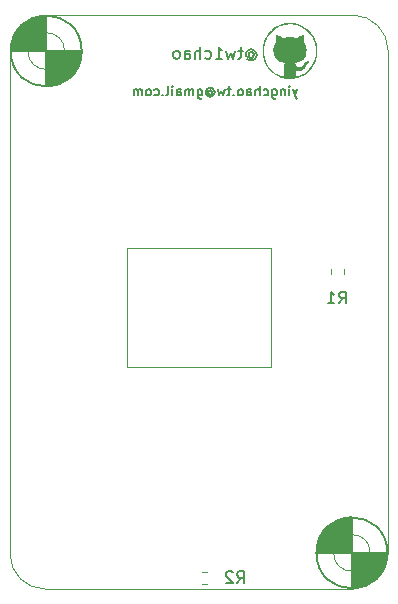
<source format=gbr>
%TF.GenerationSoftware,KiCad,Pcbnew,(6.0.4-0)*%
%TF.CreationDate,2022-08-31T17:38:41+08:00*%
%TF.ProjectId,STLinkV3_Adapter,53544c69-6e6b-4563-935f-416461707465,rev?*%
%TF.SameCoordinates,Original*%
%TF.FileFunction,Legend,Bot*%
%TF.FilePolarity,Positive*%
%FSLAX46Y46*%
G04 Gerber Fmt 4.6, Leading zero omitted, Abs format (unit mm)*
G04 Created by KiCad (PCBNEW (6.0.4-0)) date 2022-08-31 17:38:41*
%MOMM*%
%LPD*%
G01*
G04 APERTURE LIST*
%ADD10C,0.150000*%
%TA.AperFunction,Profile*%
%ADD11C,0.100000*%
%TD*%
%TA.AperFunction,Profile*%
%ADD12C,0.120000*%
%TD*%
%ADD13C,0.120000*%
G04 APERTURE END LIST*
D10*
G36*
X73060000Y-63050000D02*
G01*
X70060000Y-63050000D01*
X70120000Y-62560000D01*
X70220000Y-62110000D01*
X70370000Y-61760000D01*
X70670000Y-61310000D01*
X70870000Y-61060000D01*
X71120000Y-60810000D01*
X71420000Y-60560000D01*
X71670000Y-60410000D01*
X72020000Y-60260000D01*
X72320000Y-60160000D01*
X72720000Y-60110000D01*
X72920000Y-60060000D01*
X73060000Y-60050000D01*
X73060000Y-63050000D01*
G37*
X73060000Y-63050000D02*
X70060000Y-63050000D01*
X70120000Y-62560000D01*
X70220000Y-62110000D01*
X70370000Y-61760000D01*
X70670000Y-61310000D01*
X70870000Y-61060000D01*
X71120000Y-60810000D01*
X71420000Y-60560000D01*
X71670000Y-60410000D01*
X72020000Y-60260000D01*
X72320000Y-60160000D01*
X72720000Y-60110000D01*
X72920000Y-60060000D01*
X73060000Y-60050000D01*
X73060000Y-63050000D01*
G36*
X98940000Y-105540000D02*
G01*
X95940000Y-105540000D01*
X95950000Y-105400000D01*
X96000000Y-105200000D01*
X96050000Y-104800000D01*
X96150000Y-104500000D01*
X96300000Y-104150000D01*
X96450000Y-103900000D01*
X96700000Y-103600000D01*
X96950000Y-103350000D01*
X97200000Y-103150000D01*
X97650000Y-102850000D01*
X98000000Y-102700000D01*
X98450000Y-102600000D01*
X98940000Y-102540000D01*
X98940000Y-105540000D01*
G37*
X98940000Y-105540000D02*
X95940000Y-105540000D01*
X95950000Y-105400000D01*
X96000000Y-105200000D01*
X96050000Y-104800000D01*
X96150000Y-104500000D01*
X96300000Y-104150000D01*
X96450000Y-103900000D01*
X96700000Y-103600000D01*
X96950000Y-103350000D01*
X97200000Y-103150000D01*
X97650000Y-102850000D01*
X98000000Y-102700000D01*
X98450000Y-102600000D01*
X98940000Y-102540000D01*
X98940000Y-105540000D01*
X101940000Y-105540000D02*
G75*
G03*
X101940000Y-105540000I-3000000J0D01*
G01*
G36*
X101930000Y-105680000D02*
G01*
X101880000Y-105880000D01*
X101830000Y-106280000D01*
X101730000Y-106580000D01*
X101580000Y-106930000D01*
X101430000Y-107180000D01*
X101180000Y-107480000D01*
X100930000Y-107730000D01*
X100680000Y-107930000D01*
X100230000Y-108230000D01*
X99880000Y-108380000D01*
X99430000Y-108480000D01*
X98940000Y-108540000D01*
X98940000Y-105540000D01*
X101940000Y-105540000D01*
X101930000Y-105680000D01*
G37*
X101930000Y-105680000D02*
X101880000Y-105880000D01*
X101830000Y-106280000D01*
X101730000Y-106580000D01*
X101580000Y-106930000D01*
X101430000Y-107180000D01*
X101180000Y-107480000D01*
X100930000Y-107730000D01*
X100680000Y-107930000D01*
X100230000Y-108230000D01*
X99880000Y-108380000D01*
X99430000Y-108480000D01*
X98940000Y-108540000D01*
X98940000Y-105540000D01*
X101940000Y-105540000D01*
X101930000Y-105680000D01*
X76060000Y-63050000D02*
G75*
G03*
X76060000Y-63050000I-3000000J0D01*
G01*
G36*
X76000000Y-63540000D02*
G01*
X75900000Y-63990000D01*
X75750000Y-64340000D01*
X75450000Y-64790000D01*
X75250000Y-65040000D01*
X75000000Y-65290000D01*
X74700000Y-65540000D01*
X74450000Y-65690000D01*
X74100000Y-65840000D01*
X73800000Y-65940000D01*
X73400000Y-65990000D01*
X73200000Y-66040000D01*
X73060000Y-66050000D01*
X73060000Y-63050000D01*
X76060000Y-63050000D01*
X76000000Y-63540000D01*
G37*
X76000000Y-63540000D02*
X75900000Y-63990000D01*
X75750000Y-64340000D01*
X75450000Y-64790000D01*
X75250000Y-65040000D01*
X75000000Y-65290000D01*
X74700000Y-65540000D01*
X74450000Y-65690000D01*
X74100000Y-65840000D01*
X73800000Y-65940000D01*
X73400000Y-65990000D01*
X73200000Y-66040000D01*
X73060000Y-66050000D01*
X73060000Y-63050000D01*
X76060000Y-63050000D01*
X76000000Y-63540000D01*
D11*
X70000026Y-105648680D02*
G75*
G03*
X73000000Y-108600000I2952974J1280D01*
G01*
X99000000Y-108600000D02*
X73000000Y-108600000D01*
X102000000Y-63000000D02*
X102000000Y-105600000D01*
X74610000Y-63050000D02*
G75*
G03*
X74610000Y-63050000I-1550000J0D01*
G01*
X100490000Y-105540000D02*
G75*
G03*
X100490000Y-105540000I-1550000J0D01*
G01*
X73000000Y-60000000D02*
G75*
G03*
X70000000Y-63000000I2600J-3002600D01*
G01*
X99000000Y-108600000D02*
G75*
G03*
X102000000Y-105600000I0J3000000D01*
G01*
X102000000Y-63000000D02*
G75*
G03*
X99000000Y-60000000I-3000000J0D01*
G01*
X73000000Y-60000000D02*
X99000000Y-60000000D01*
X70000000Y-105648680D02*
X70000000Y-63000000D01*
D10*
X94321428Y-66278571D02*
X94130952Y-66811904D01*
X93940476Y-66278571D02*
X94130952Y-66811904D01*
X94207142Y-67002380D01*
X94245238Y-67040476D01*
X94321428Y-67078571D01*
X93635714Y-66811904D02*
X93635714Y-66278571D01*
X93635714Y-66011904D02*
X93673809Y-66050000D01*
X93635714Y-66088095D01*
X93597619Y-66050000D01*
X93635714Y-66011904D01*
X93635714Y-66088095D01*
X93254761Y-66278571D02*
X93254761Y-66811904D01*
X93254761Y-66354761D02*
X93216666Y-66316666D01*
X93140476Y-66278571D01*
X93026190Y-66278571D01*
X92950000Y-66316666D01*
X92911904Y-66392857D01*
X92911904Y-66811904D01*
X92188095Y-66278571D02*
X92188095Y-66926190D01*
X92226190Y-67002380D01*
X92264285Y-67040476D01*
X92340476Y-67078571D01*
X92454761Y-67078571D01*
X92530952Y-67040476D01*
X92188095Y-66773809D02*
X92264285Y-66811904D01*
X92416666Y-66811904D01*
X92492857Y-66773809D01*
X92530952Y-66735714D01*
X92569047Y-66659523D01*
X92569047Y-66430952D01*
X92530952Y-66354761D01*
X92492857Y-66316666D01*
X92416666Y-66278571D01*
X92264285Y-66278571D01*
X92188095Y-66316666D01*
X91464285Y-66773809D02*
X91540476Y-66811904D01*
X91692857Y-66811904D01*
X91769047Y-66773809D01*
X91807142Y-66735714D01*
X91845238Y-66659523D01*
X91845238Y-66430952D01*
X91807142Y-66354761D01*
X91769047Y-66316666D01*
X91692857Y-66278571D01*
X91540476Y-66278571D01*
X91464285Y-66316666D01*
X91121428Y-66811904D02*
X91121428Y-66011904D01*
X90778571Y-66811904D02*
X90778571Y-66392857D01*
X90816666Y-66316666D01*
X90892857Y-66278571D01*
X91007142Y-66278571D01*
X91083333Y-66316666D01*
X91121428Y-66354761D01*
X90054761Y-66811904D02*
X90054761Y-66392857D01*
X90092857Y-66316666D01*
X90169047Y-66278571D01*
X90321428Y-66278571D01*
X90397619Y-66316666D01*
X90054761Y-66773809D02*
X90130952Y-66811904D01*
X90321428Y-66811904D01*
X90397619Y-66773809D01*
X90435714Y-66697619D01*
X90435714Y-66621428D01*
X90397619Y-66545238D01*
X90321428Y-66507142D01*
X90130952Y-66507142D01*
X90054761Y-66469047D01*
X89559523Y-66811904D02*
X89635714Y-66773809D01*
X89673809Y-66735714D01*
X89711904Y-66659523D01*
X89711904Y-66430952D01*
X89673809Y-66354761D01*
X89635714Y-66316666D01*
X89559523Y-66278571D01*
X89445238Y-66278571D01*
X89369047Y-66316666D01*
X89330952Y-66354761D01*
X89292857Y-66430952D01*
X89292857Y-66659523D01*
X89330952Y-66735714D01*
X89369047Y-66773809D01*
X89445238Y-66811904D01*
X89559523Y-66811904D01*
X88950000Y-66735714D02*
X88911904Y-66773809D01*
X88950000Y-66811904D01*
X88988095Y-66773809D01*
X88950000Y-66735714D01*
X88950000Y-66811904D01*
X88683333Y-66278571D02*
X88378571Y-66278571D01*
X88569047Y-66011904D02*
X88569047Y-66697619D01*
X88530952Y-66773809D01*
X88454761Y-66811904D01*
X88378571Y-66811904D01*
X88188095Y-66278571D02*
X88035714Y-66811904D01*
X87883333Y-66430952D01*
X87730952Y-66811904D01*
X87578571Y-66278571D01*
X86778571Y-66430952D02*
X86816666Y-66392857D01*
X86892857Y-66354761D01*
X86969047Y-66354761D01*
X87045238Y-66392857D01*
X87083333Y-66430952D01*
X87121428Y-66507142D01*
X87121428Y-66583333D01*
X87083333Y-66659523D01*
X87045238Y-66697619D01*
X86969047Y-66735714D01*
X86892857Y-66735714D01*
X86816666Y-66697619D01*
X86778571Y-66659523D01*
X86778571Y-66354761D02*
X86778571Y-66659523D01*
X86740476Y-66697619D01*
X86702380Y-66697619D01*
X86626190Y-66659523D01*
X86588095Y-66583333D01*
X86588095Y-66392857D01*
X86664285Y-66278571D01*
X86778571Y-66202380D01*
X86930952Y-66164285D01*
X87083333Y-66202380D01*
X87197619Y-66278571D01*
X87273809Y-66392857D01*
X87311904Y-66545238D01*
X87273809Y-66697619D01*
X87197619Y-66811904D01*
X87083333Y-66888095D01*
X86930952Y-66926190D01*
X86778571Y-66888095D01*
X86664285Y-66811904D01*
X85902380Y-66278571D02*
X85902380Y-66926190D01*
X85940476Y-67002380D01*
X85978571Y-67040476D01*
X86054761Y-67078571D01*
X86169047Y-67078571D01*
X86245238Y-67040476D01*
X85902380Y-66773809D02*
X85978571Y-66811904D01*
X86130952Y-66811904D01*
X86207142Y-66773809D01*
X86245238Y-66735714D01*
X86283333Y-66659523D01*
X86283333Y-66430952D01*
X86245238Y-66354761D01*
X86207142Y-66316666D01*
X86130952Y-66278571D01*
X85978571Y-66278571D01*
X85902380Y-66316666D01*
X85521428Y-66811904D02*
X85521428Y-66278571D01*
X85521428Y-66354761D02*
X85483333Y-66316666D01*
X85407142Y-66278571D01*
X85292857Y-66278571D01*
X85216666Y-66316666D01*
X85178571Y-66392857D01*
X85178571Y-66811904D01*
X85178571Y-66392857D02*
X85140476Y-66316666D01*
X85064285Y-66278571D01*
X84950000Y-66278571D01*
X84873809Y-66316666D01*
X84835714Y-66392857D01*
X84835714Y-66811904D01*
X84111904Y-66811904D02*
X84111904Y-66392857D01*
X84150000Y-66316666D01*
X84226190Y-66278571D01*
X84378571Y-66278571D01*
X84454761Y-66316666D01*
X84111904Y-66773809D02*
X84188095Y-66811904D01*
X84378571Y-66811904D01*
X84454761Y-66773809D01*
X84492857Y-66697619D01*
X84492857Y-66621428D01*
X84454761Y-66545238D01*
X84378571Y-66507142D01*
X84188095Y-66507142D01*
X84111904Y-66469047D01*
X83730952Y-66811904D02*
X83730952Y-66278571D01*
X83730952Y-66011904D02*
X83769047Y-66050000D01*
X83730952Y-66088095D01*
X83692857Y-66050000D01*
X83730952Y-66011904D01*
X83730952Y-66088095D01*
X83235714Y-66811904D02*
X83311904Y-66773809D01*
X83350000Y-66697619D01*
X83350000Y-66011904D01*
X82930952Y-66735714D02*
X82892857Y-66773809D01*
X82930952Y-66811904D01*
X82969047Y-66773809D01*
X82930952Y-66735714D01*
X82930952Y-66811904D01*
X82207142Y-66773809D02*
X82283333Y-66811904D01*
X82435714Y-66811904D01*
X82511904Y-66773809D01*
X82550000Y-66735714D01*
X82588095Y-66659523D01*
X82588095Y-66430952D01*
X82550000Y-66354761D01*
X82511904Y-66316666D01*
X82435714Y-66278571D01*
X82283333Y-66278571D01*
X82207142Y-66316666D01*
X81750000Y-66811904D02*
X81826190Y-66773809D01*
X81864285Y-66735714D01*
X81902380Y-66659523D01*
X81902380Y-66430952D01*
X81864285Y-66354761D01*
X81826190Y-66316666D01*
X81750000Y-66278571D01*
X81635714Y-66278571D01*
X81559523Y-66316666D01*
X81521428Y-66354761D01*
X81483333Y-66430952D01*
X81483333Y-66659523D01*
X81521428Y-66735714D01*
X81559523Y-66773809D01*
X81635714Y-66811904D01*
X81750000Y-66811904D01*
X81140476Y-66811904D02*
X81140476Y-66278571D01*
X81140476Y-66354761D02*
X81102380Y-66316666D01*
X81026190Y-66278571D01*
X80911904Y-66278571D01*
X80835714Y-66316666D01*
X80797619Y-66392857D01*
X80797619Y-66811904D01*
X80797619Y-66392857D02*
X80759523Y-66316666D01*
X80683333Y-66278571D01*
X80569047Y-66278571D01*
X80492857Y-66316666D01*
X80454761Y-66392857D01*
X80454761Y-66811904D01*
X90207142Y-63226190D02*
X90254761Y-63178571D01*
X90350000Y-63130952D01*
X90445238Y-63130952D01*
X90540476Y-63178571D01*
X90588095Y-63226190D01*
X90635714Y-63321428D01*
X90635714Y-63416666D01*
X90588095Y-63511904D01*
X90540476Y-63559523D01*
X90445238Y-63607142D01*
X90350000Y-63607142D01*
X90254761Y-63559523D01*
X90207142Y-63511904D01*
X90207142Y-63130952D02*
X90207142Y-63511904D01*
X90159523Y-63559523D01*
X90111904Y-63559523D01*
X90016666Y-63511904D01*
X89969047Y-63416666D01*
X89969047Y-63178571D01*
X90064285Y-63035714D01*
X90207142Y-62940476D01*
X90397619Y-62892857D01*
X90588095Y-62940476D01*
X90730952Y-63035714D01*
X90826190Y-63178571D01*
X90873809Y-63369047D01*
X90826190Y-63559523D01*
X90730952Y-63702380D01*
X90588095Y-63797619D01*
X90397619Y-63845238D01*
X90207142Y-63797619D01*
X90064285Y-63702380D01*
X89683333Y-63035714D02*
X89302380Y-63035714D01*
X89540476Y-62702380D02*
X89540476Y-63559523D01*
X89492857Y-63654761D01*
X89397619Y-63702380D01*
X89302380Y-63702380D01*
X89064285Y-63035714D02*
X88873809Y-63702380D01*
X88683333Y-63226190D01*
X88492857Y-63702380D01*
X88302380Y-63035714D01*
X87397619Y-63702380D02*
X87969047Y-63702380D01*
X87683333Y-63702380D02*
X87683333Y-62702380D01*
X87778571Y-62845238D01*
X87873809Y-62940476D01*
X87969047Y-62988095D01*
X86540476Y-63654761D02*
X86635714Y-63702380D01*
X86826190Y-63702380D01*
X86921428Y-63654761D01*
X86969047Y-63607142D01*
X87016666Y-63511904D01*
X87016666Y-63226190D01*
X86969047Y-63130952D01*
X86921428Y-63083333D01*
X86826190Y-63035714D01*
X86635714Y-63035714D01*
X86540476Y-63083333D01*
X86111904Y-63702380D02*
X86111904Y-62702380D01*
X85683333Y-63702380D02*
X85683333Y-63178571D01*
X85730952Y-63083333D01*
X85826190Y-63035714D01*
X85969047Y-63035714D01*
X86064285Y-63083333D01*
X86111904Y-63130952D01*
X84778571Y-63702380D02*
X84778571Y-63178571D01*
X84826190Y-63083333D01*
X84921428Y-63035714D01*
X85111904Y-63035714D01*
X85207142Y-63083333D01*
X84778571Y-63654761D02*
X84873809Y-63702380D01*
X85111904Y-63702380D01*
X85207142Y-63654761D01*
X85254761Y-63559523D01*
X85254761Y-63464285D01*
X85207142Y-63369047D01*
X85111904Y-63321428D01*
X84873809Y-63321428D01*
X84778571Y-63273809D01*
X84159523Y-63702380D02*
X84254761Y-63654761D01*
X84302380Y-63607142D01*
X84350000Y-63511904D01*
X84350000Y-63226190D01*
X84302380Y-63130952D01*
X84254761Y-63083333D01*
X84159523Y-63035714D01*
X84016666Y-63035714D01*
X83921428Y-63083333D01*
X83873809Y-63130952D01*
X83826190Y-63226190D01*
X83826190Y-63511904D01*
X83873809Y-63607142D01*
X83921428Y-63654761D01*
X84016666Y-63702380D01*
X84159523Y-63702380D01*
%TO.C,R2*%
X89216666Y-108102380D02*
X89550000Y-107626190D01*
X89788095Y-108102380D02*
X89788095Y-107102380D01*
X89407142Y-107102380D01*
X89311904Y-107150000D01*
X89264285Y-107197619D01*
X89216666Y-107292857D01*
X89216666Y-107435714D01*
X89264285Y-107530952D01*
X89311904Y-107578571D01*
X89407142Y-107626190D01*
X89788095Y-107626190D01*
X88835714Y-107197619D02*
X88788095Y-107150000D01*
X88692857Y-107102380D01*
X88454761Y-107102380D01*
X88359523Y-107150000D01*
X88311904Y-107197619D01*
X88264285Y-107292857D01*
X88264285Y-107388095D01*
X88311904Y-107530952D01*
X88883333Y-108102380D01*
X88264285Y-108102380D01*
%TO.C,R1*%
X97846666Y-84422380D02*
X98180000Y-83946190D01*
X98418095Y-84422380D02*
X98418095Y-83422380D01*
X98037142Y-83422380D01*
X97941904Y-83470000D01*
X97894285Y-83517619D01*
X97846666Y-83612857D01*
X97846666Y-83755714D01*
X97894285Y-83850952D01*
X97941904Y-83898571D01*
X98037142Y-83946190D01*
X98418095Y-83946190D01*
X96894285Y-84422380D02*
X97465714Y-84422380D01*
X97180000Y-84422380D02*
X97180000Y-83422380D01*
X97275238Y-83565238D01*
X97370476Y-83660476D01*
X97465714Y-83708095D01*
D12*
%TO.C,U1*%
X79900000Y-79700000D02*
X92100000Y-79700000D01*
X92100000Y-79700000D02*
X92100000Y-89800000D01*
X92100000Y-89800000D02*
X79900000Y-89800000D01*
X79900000Y-89800000D02*
X79900000Y-79700000D01*
D13*
%TO.C,R2*%
X86687258Y-108172500D02*
X86212742Y-108172500D01*
X86687258Y-107127500D02*
X86212742Y-107127500D01*
%TO.C,R1*%
X97207500Y-81957258D02*
X97207500Y-81482742D01*
X98252500Y-81957258D02*
X98252500Y-81482742D01*
%TO.C,G\u002A\u002A\u002A*%
G36*
X96013225Y-63265456D02*
G01*
X95993094Y-63426558D01*
X95962398Y-63585549D01*
X95921283Y-63741886D01*
X95869890Y-63895022D01*
X95808363Y-64044413D01*
X95736845Y-64189513D01*
X95655480Y-64329777D01*
X95564410Y-64464660D01*
X95463779Y-64593617D01*
X95353731Y-64716102D01*
X95331512Y-64738860D01*
X95212427Y-64851251D01*
X95086875Y-64954393D01*
X94955367Y-65048037D01*
X94818411Y-65131938D01*
X94676518Y-65205847D01*
X94530198Y-65269516D01*
X94379959Y-65322698D01*
X94226313Y-65365146D01*
X94069768Y-65396611D01*
X93910835Y-65416847D01*
X93894596Y-65418249D01*
X93780546Y-65424384D01*
X93661539Y-65424821D01*
X93541428Y-65419711D01*
X93424067Y-65409206D01*
X93313307Y-65393456D01*
X93285789Y-65388540D01*
X93127483Y-65353548D01*
X92973493Y-65307834D01*
X92823686Y-65251339D01*
X92677925Y-65184000D01*
X92536076Y-65105757D01*
X92398004Y-65016548D01*
X92263574Y-64916311D01*
X92247142Y-64902877D01*
X92209547Y-64870352D01*
X92167545Y-64832097D01*
X92123043Y-64789990D01*
X92077949Y-64745913D01*
X92034171Y-64701745D01*
X91993618Y-64659365D01*
X91958197Y-64620654D01*
X91929817Y-64587492D01*
X91860256Y-64498225D01*
X91763257Y-64358646D01*
X91677009Y-64214632D01*
X91601509Y-64066176D01*
X91536753Y-63913269D01*
X91482740Y-63755906D01*
X91439466Y-63594080D01*
X91406928Y-63427782D01*
X91385123Y-63257005D01*
X91384262Y-63246835D01*
X91382329Y-63215353D01*
X91380667Y-63176268D01*
X91379366Y-63132426D01*
X91378519Y-63086672D01*
X91378216Y-63041850D01*
X91378247Y-63036296D01*
X91503317Y-63036296D01*
X91503875Y-63099779D01*
X91505416Y-63161987D01*
X91507910Y-63220340D01*
X91511325Y-63272256D01*
X91515629Y-63315156D01*
X91523394Y-63371540D01*
X91553440Y-63534969D01*
X91594065Y-63693825D01*
X91645178Y-63847896D01*
X91706683Y-63996968D01*
X91778487Y-64140826D01*
X91860495Y-64279259D01*
X91952614Y-64412052D01*
X92054749Y-64538993D01*
X92057467Y-64542125D01*
X92091072Y-64579219D01*
X92130842Y-64620740D01*
X92174493Y-64664476D01*
X92219739Y-64708213D01*
X92264295Y-64749738D01*
X92305875Y-64786840D01*
X92342194Y-64817304D01*
X92386269Y-64851550D01*
X92467166Y-64909557D01*
X92552688Y-64965408D01*
X92640820Y-65017976D01*
X92729545Y-65066135D01*
X92816847Y-65108760D01*
X92900709Y-65144725D01*
X92979115Y-65172905D01*
X93015167Y-65182084D01*
X93054640Y-65185098D01*
X93087901Y-65178542D01*
X93115279Y-65162340D01*
X93137103Y-65136417D01*
X93150480Y-65114904D01*
X93151119Y-64745650D01*
X93151198Y-64705110D01*
X93151395Y-64633715D01*
X93151670Y-64572504D01*
X93152044Y-64520518D01*
X93152542Y-64476800D01*
X93153187Y-64440389D01*
X93154002Y-64410329D01*
X93155011Y-64385660D01*
X93156236Y-64365424D01*
X93157702Y-64348662D01*
X93159431Y-64334417D01*
X93161447Y-64321728D01*
X93164108Y-64307500D01*
X93181672Y-64237244D01*
X93205152Y-64173673D01*
X93233958Y-64118180D01*
X93267496Y-64072160D01*
X93268603Y-64070891D01*
X93281287Y-64055768D01*
X93289741Y-64044615D01*
X93292187Y-64039767D01*
X93290772Y-64039329D01*
X93280202Y-64037245D01*
X93261117Y-64033943D01*
X93235598Y-64029775D01*
X93205723Y-64025094D01*
X93198377Y-64023945D01*
X93135881Y-64012772D01*
X93071851Y-63999066D01*
X93009572Y-63983634D01*
X92952331Y-63967285D01*
X92903414Y-63950824D01*
X92891726Y-63946396D01*
X92804499Y-63908119D01*
X92722908Y-63863022D01*
X92648348Y-63812045D01*
X92582217Y-63756132D01*
X92525911Y-63696224D01*
X92505151Y-63670112D01*
X92449990Y-63588801D01*
X92403429Y-63500416D01*
X92365409Y-63404773D01*
X92335875Y-63301686D01*
X92314771Y-63190969D01*
X92302039Y-63072437D01*
X92297623Y-62945902D01*
X92297875Y-62911160D01*
X92301471Y-62831604D01*
X92309664Y-62759442D01*
X92322906Y-62692154D01*
X92341648Y-62627218D01*
X92366342Y-62562111D01*
X92370941Y-62551477D01*
X92393469Y-62504983D01*
X92419877Y-62457584D01*
X92448311Y-62412276D01*
X92476917Y-62372056D01*
X92503841Y-62339918D01*
X92521383Y-62321251D01*
X92508431Y-62277621D01*
X92504039Y-62262095D01*
X92487225Y-62179602D01*
X92479503Y-62092270D01*
X92480866Y-62002098D01*
X92491300Y-61911086D01*
X92510798Y-61821235D01*
X92513964Y-61809884D01*
X92522224Y-61782520D01*
X92530418Y-61757966D01*
X92537165Y-61740457D01*
X92548699Y-61714382D01*
X92611174Y-61717698D01*
X92615274Y-61717933D01*
X92681918Y-61726469D01*
X92752781Y-61744189D01*
X92828229Y-61771244D01*
X92908630Y-61807781D01*
X92994352Y-61853949D01*
X93085762Y-61909898D01*
X93148974Y-61950681D01*
X93213692Y-61935349D01*
X93294867Y-61917260D01*
X93376102Y-61902080D01*
X93454182Y-61891018D01*
X93532740Y-61883652D01*
X93615407Y-61879563D01*
X93705815Y-61878329D01*
X93713981Y-61878350D01*
X93815764Y-61881290D01*
X93917251Y-61888960D01*
X94015737Y-61901033D01*
X94108517Y-61917183D01*
X94192887Y-61937084D01*
X94195406Y-61937768D01*
X94216991Y-61943264D01*
X94234610Y-61947152D01*
X94244657Y-61948626D01*
X94244979Y-61948608D01*
X94253955Y-61945142D01*
X94270226Y-61936543D01*
X94291586Y-61924041D01*
X94315827Y-61908871D01*
X94397882Y-61858639D01*
X94478506Y-61814832D01*
X94555392Y-61778757D01*
X94627836Y-61750685D01*
X94695137Y-61730890D01*
X94756590Y-61719642D01*
X94811493Y-61717213D01*
X94817272Y-61717434D01*
X94833641Y-61718311D01*
X94845660Y-61720604D01*
X94854626Y-61725930D01*
X94861838Y-61735903D01*
X94868593Y-61752140D01*
X94876190Y-61776257D01*
X94885925Y-61809868D01*
X94897141Y-61852724D01*
X94913201Y-61939545D01*
X94920936Y-62026789D01*
X94920308Y-62112359D01*
X94911283Y-62194156D01*
X94893825Y-62270082D01*
X94878507Y-62321139D01*
X94896104Y-62339862D01*
X94902163Y-62346506D01*
X94929693Y-62380856D01*
X94958462Y-62422590D01*
X94986616Y-62468708D01*
X95012300Y-62516214D01*
X95033658Y-62562111D01*
X95044145Y-62587992D01*
X95066473Y-62652851D01*
X95083014Y-62718549D01*
X95094223Y-62787608D01*
X95100549Y-62862552D01*
X95102446Y-62945902D01*
X95102079Y-62980377D01*
X95095338Y-63104954D01*
X95080154Y-63222011D01*
X95056558Y-63331419D01*
X95024582Y-63433050D01*
X94984260Y-63526773D01*
X94935622Y-63612461D01*
X94911316Y-63648005D01*
X94852465Y-63720223D01*
X94785589Y-63785014D01*
X94710460Y-63842507D01*
X94626848Y-63892829D01*
X94534525Y-63936110D01*
X94433261Y-63972479D01*
X94322829Y-64002065D01*
X94202999Y-64024996D01*
X94192940Y-64026589D01*
X94164019Y-64031244D01*
X94139659Y-64035277D01*
X94122170Y-64038300D01*
X94113863Y-64039925D01*
X94112494Y-64043732D01*
X94118676Y-64054831D01*
X94133072Y-64072555D01*
X94139240Y-64079852D01*
X94166021Y-64118723D01*
X94190665Y-64165914D01*
X94211899Y-64218733D01*
X94228453Y-64274489D01*
X94244788Y-64341218D01*
X94267630Y-64351178D01*
X94294418Y-64361798D01*
X94352304Y-64378981D01*
X94413617Y-64390592D01*
X94475188Y-64396260D01*
X94533847Y-64395618D01*
X94586425Y-64388295D01*
X94633165Y-64375007D01*
X94686949Y-64351228D01*
X94737248Y-64318641D01*
X94784959Y-64276540D01*
X94830983Y-64224220D01*
X94876218Y-64160975D01*
X94877175Y-64159516D01*
X94918626Y-64100710D01*
X94959354Y-64052109D01*
X95000626Y-64012494D01*
X95043710Y-63980644D01*
X95089873Y-63955339D01*
X95101748Y-63950042D01*
X95140953Y-63935743D01*
X95179192Y-63926228D01*
X95215206Y-63921352D01*
X95247732Y-63920968D01*
X95275509Y-63924929D01*
X95297277Y-63933090D01*
X95311775Y-63945304D01*
X95317740Y-63961426D01*
X95313913Y-63981308D01*
X95307682Y-63992307D01*
X95288972Y-64013735D01*
X95260509Y-64038342D01*
X95222979Y-64065494D01*
X95194786Y-64086135D01*
X95147677Y-64129019D01*
X95104006Y-64180439D01*
X95063232Y-64241152D01*
X95024813Y-64311912D01*
X94988207Y-64393476D01*
X94974523Y-64424274D01*
X94936309Y-64491487D01*
X94890106Y-64550252D01*
X94835927Y-64600556D01*
X94773786Y-64642387D01*
X94703697Y-64675733D01*
X94625674Y-64700584D01*
X94606905Y-64704956D01*
X94587143Y-64708488D01*
X94565855Y-64710877D01*
X94540515Y-64712327D01*
X94508599Y-64713037D01*
X94467582Y-64713211D01*
X94415745Y-64712634D01*
X94372998Y-64710868D01*
X94337669Y-64707783D01*
X94307669Y-64703249D01*
X94295931Y-64701051D01*
X94274155Y-64697098D01*
X94258134Y-64694361D01*
X94250702Y-64693334D01*
X94250698Y-64693334D01*
X94249686Y-64698963D01*
X94248844Y-64714926D01*
X94248188Y-64739931D01*
X94247738Y-64772687D01*
X94247510Y-64811902D01*
X94247523Y-64856286D01*
X94247794Y-64904546D01*
X94249519Y-65115776D01*
X94264991Y-65139145D01*
X94269308Y-65145044D01*
X94284861Y-65161126D01*
X94300856Y-65172191D01*
X94327308Y-65181025D01*
X94361162Y-65184991D01*
X94392729Y-65181725D01*
X94409698Y-65176698D01*
X94438552Y-65166530D01*
X94474004Y-65152840D01*
X94513922Y-65136504D01*
X94556171Y-65118402D01*
X94598617Y-65099410D01*
X94639125Y-65080405D01*
X94725285Y-65036449D01*
X94860352Y-64957205D01*
X94988896Y-64868760D01*
X95110545Y-64771612D01*
X95224927Y-64666262D01*
X95331670Y-64553209D01*
X95430403Y-64432953D01*
X95520753Y-64305994D01*
X95602349Y-64172831D01*
X95674819Y-64033965D01*
X95737792Y-63889895D01*
X95790895Y-63741120D01*
X95833756Y-63588140D01*
X95866004Y-63431456D01*
X95867171Y-63424538D01*
X95875174Y-63375106D01*
X95881526Y-63330961D01*
X95886406Y-63289689D01*
X95889995Y-63248872D01*
X95892473Y-63206096D01*
X95894021Y-63158944D01*
X95894817Y-63105001D01*
X95895042Y-63041850D01*
X95895039Y-63033062D01*
X95894750Y-62971241D01*
X95893866Y-62918313D01*
X95892209Y-62871865D01*
X95889597Y-62829479D01*
X95885850Y-62788740D01*
X95880789Y-62747231D01*
X95874234Y-62702538D01*
X95866004Y-62652244D01*
X95839973Y-62521973D01*
X95798514Y-62367346D01*
X95746442Y-62216426D01*
X95684097Y-62069817D01*
X95611819Y-61928125D01*
X95529948Y-61791953D01*
X95438824Y-61661905D01*
X95338786Y-61538587D01*
X95230176Y-61422601D01*
X95113333Y-61314552D01*
X95029710Y-61246240D01*
X94904251Y-61155788D01*
X94772948Y-61074448D01*
X94636640Y-61002582D01*
X94496164Y-60940547D01*
X94352359Y-60888705D01*
X94206061Y-60847414D01*
X94058109Y-60817035D01*
X93909340Y-60797925D01*
X93755579Y-60789250D01*
X93596054Y-60791200D01*
X93438658Y-60804346D01*
X93283796Y-60828579D01*
X93131875Y-60863788D01*
X92983300Y-60909863D01*
X92838478Y-60966692D01*
X92697814Y-61034166D01*
X92561715Y-61112174D01*
X92430586Y-61200605D01*
X92413563Y-61213126D01*
X92288002Y-61313527D01*
X92170684Y-61421886D01*
X92061876Y-61537728D01*
X91961847Y-61660575D01*
X91870865Y-61789951D01*
X91789199Y-61925378D01*
X91717115Y-62066380D01*
X91654883Y-62212480D01*
X91602770Y-62363202D01*
X91561045Y-62518067D01*
X91529975Y-62676600D01*
X91509829Y-62838324D01*
X91507860Y-62864008D01*
X91505278Y-62915830D01*
X91503774Y-62974119D01*
X91503317Y-63036296D01*
X91378247Y-63036296D01*
X91378510Y-62988838D01*
X91380039Y-62921707D01*
X91383089Y-62860256D01*
X91387901Y-62801037D01*
X91394715Y-62740602D01*
X91403771Y-62675504D01*
X91406585Y-62657172D01*
X91438025Y-62494342D01*
X91480381Y-62334873D01*
X91533352Y-62179285D01*
X91596635Y-62028095D01*
X91669926Y-61881822D01*
X91752923Y-61740985D01*
X91845323Y-61606101D01*
X91946823Y-61477690D01*
X92057120Y-61356268D01*
X92175913Y-61242356D01*
X92302896Y-61136470D01*
X92417509Y-61053018D01*
X92553640Y-60967066D01*
X92694594Y-60891389D01*
X92839831Y-60826100D01*
X92988812Y-60771313D01*
X93140996Y-60727142D01*
X93295843Y-60693702D01*
X93452813Y-60671107D01*
X93611367Y-60659471D01*
X93770963Y-60658907D01*
X93931063Y-60669531D01*
X94091126Y-60691456D01*
X94250612Y-60724797D01*
X94272399Y-60730269D01*
X94425718Y-60775595D01*
X94575332Y-60831942D01*
X94721224Y-60899303D01*
X94863381Y-60977669D01*
X95001787Y-61067034D01*
X95136425Y-61167388D01*
X95152858Y-61180822D01*
X95190452Y-61213347D01*
X95232454Y-61251603D01*
X95276956Y-61293709D01*
X95322050Y-61337786D01*
X95365828Y-61381955D01*
X95406381Y-61424334D01*
X95441802Y-61463045D01*
X95470183Y-61496208D01*
X95513796Y-61551271D01*
X95613137Y-61689381D01*
X95701973Y-61832179D01*
X95780192Y-61979444D01*
X95847682Y-62130952D01*
X95904331Y-62286482D01*
X95950025Y-62445810D01*
X95950418Y-62447387D01*
X95985252Y-62610859D01*
X96008807Y-62774947D01*
X96021225Y-62939106D01*
X96022119Y-63041850D01*
X96022650Y-63102791D01*
X96013225Y-63265456D01*
G37*
%TD*%
M02*

</source>
